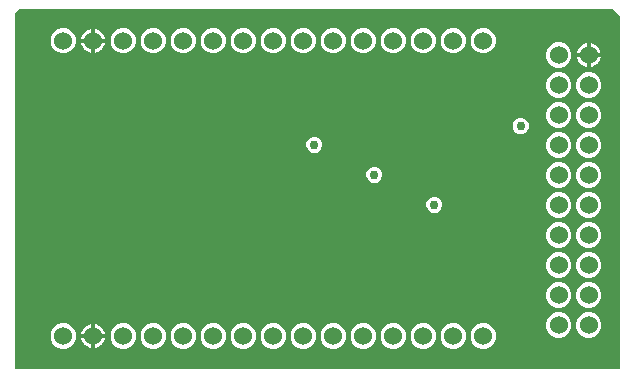
<source format=gbr>
G04 EAGLE Gerber RS-274X export*
G75*
%MOMM*%
%FSLAX34Y34*%
%LPD*%
%INEAGLE Copper Layer 2*%
%IPPOS*%
%AMOC8*
5,1,8,0,0,1.08239X$1,22.5*%
G01*
%ADD10C,1.524000*%
%ADD11C,0.756400*%

G36*
X521398Y10164D02*
X521398Y10164D01*
X521417Y10162D01*
X521519Y10184D01*
X521621Y10200D01*
X521638Y10210D01*
X521658Y10214D01*
X521747Y10267D01*
X521838Y10316D01*
X521852Y10330D01*
X521869Y10340D01*
X521936Y10419D01*
X522008Y10494D01*
X522016Y10512D01*
X522029Y10527D01*
X522068Y10623D01*
X522111Y10717D01*
X522113Y10737D01*
X522121Y10755D01*
X522139Y10922D01*
X522139Y308622D01*
X522125Y308712D01*
X522117Y308803D01*
X522105Y308833D01*
X522100Y308865D01*
X522057Y308945D01*
X522021Y309029D01*
X521995Y309061D01*
X521984Y309082D01*
X521961Y309104D01*
X521916Y309160D01*
X516560Y314516D01*
X516486Y314569D01*
X516417Y314629D01*
X516387Y314641D01*
X516361Y314660D01*
X516274Y314687D01*
X516189Y314721D01*
X516148Y314725D01*
X516125Y314732D01*
X516093Y314731D01*
X516022Y314739D01*
X13978Y314739D01*
X13888Y314725D01*
X13797Y314717D01*
X13767Y314705D01*
X13735Y314700D01*
X13655Y314657D01*
X13571Y314621D01*
X13539Y314595D01*
X13518Y314584D01*
X13496Y314561D01*
X13440Y314516D01*
X10384Y311460D01*
X10331Y311386D01*
X10271Y311317D01*
X10259Y311287D01*
X10240Y311261D01*
X10213Y311174D01*
X10179Y311089D01*
X10175Y311048D01*
X10168Y311025D01*
X10169Y310993D01*
X10161Y310922D01*
X10161Y10922D01*
X10164Y10902D01*
X10162Y10883D01*
X10184Y10781D01*
X10200Y10679D01*
X10210Y10662D01*
X10214Y10642D01*
X10267Y10553D01*
X10316Y10462D01*
X10330Y10448D01*
X10340Y10431D01*
X10419Y10364D01*
X10494Y10292D01*
X10512Y10284D01*
X10527Y10271D01*
X10623Y10232D01*
X10717Y10189D01*
X10737Y10187D01*
X10755Y10179D01*
X10922Y10161D01*
X521378Y10161D01*
X521398Y10164D01*
G37*
%LPC*%
G36*
X302678Y277431D02*
X302678Y277431D01*
X298757Y279055D01*
X295755Y282057D01*
X294131Y285978D01*
X294131Y290222D01*
X295755Y294143D01*
X298757Y297145D01*
X302678Y298769D01*
X306922Y298769D01*
X310843Y297145D01*
X313845Y294143D01*
X315469Y290222D01*
X315469Y285978D01*
X313845Y282057D01*
X310843Y279055D01*
X306922Y277431D01*
X302678Y277431D01*
G37*
%LPD*%
%LPC*%
G36*
X277278Y277431D02*
X277278Y277431D01*
X273357Y279055D01*
X270355Y282057D01*
X268731Y285978D01*
X268731Y290222D01*
X270355Y294143D01*
X273357Y297145D01*
X277278Y298769D01*
X281522Y298769D01*
X285443Y297145D01*
X288445Y294143D01*
X290069Y290222D01*
X290069Y285978D01*
X288445Y282057D01*
X285443Y279055D01*
X281522Y277431D01*
X277278Y277431D01*
G37*
%LPD*%
%LPC*%
G36*
X404278Y277431D02*
X404278Y277431D01*
X400357Y279055D01*
X397355Y282057D01*
X395731Y285978D01*
X395731Y290222D01*
X397355Y294143D01*
X400357Y297145D01*
X404278Y298769D01*
X408522Y298769D01*
X412443Y297145D01*
X415445Y294143D01*
X417069Y290222D01*
X417069Y285978D01*
X415445Y282057D01*
X412443Y279055D01*
X408522Y277431D01*
X404278Y277431D01*
G37*
%LPD*%
%LPC*%
G36*
X378878Y277431D02*
X378878Y277431D01*
X374957Y279055D01*
X371955Y282057D01*
X370331Y285978D01*
X370331Y290222D01*
X371955Y294143D01*
X374957Y297145D01*
X378878Y298769D01*
X383122Y298769D01*
X387043Y297145D01*
X390045Y294143D01*
X391669Y290222D01*
X391669Y285978D01*
X390045Y282057D01*
X387043Y279055D01*
X383122Y277431D01*
X378878Y277431D01*
G37*
%LPD*%
%LPC*%
G36*
X353478Y277431D02*
X353478Y277431D01*
X349557Y279055D01*
X346555Y282057D01*
X344931Y285978D01*
X344931Y290222D01*
X346555Y294143D01*
X349557Y297145D01*
X353478Y298769D01*
X357722Y298769D01*
X361643Y297145D01*
X364645Y294143D01*
X366269Y290222D01*
X366269Y285978D01*
X364645Y282057D01*
X361643Y279055D01*
X357722Y277431D01*
X353478Y277431D01*
G37*
%LPD*%
%LPC*%
G36*
X328078Y277431D02*
X328078Y277431D01*
X324157Y279055D01*
X321155Y282057D01*
X319531Y285978D01*
X319531Y290222D01*
X321155Y294143D01*
X324157Y297145D01*
X328078Y298769D01*
X332322Y298769D01*
X336243Y297145D01*
X339245Y294143D01*
X340869Y290222D01*
X340869Y285978D01*
X339245Y282057D01*
X336243Y279055D01*
X332322Y277431D01*
X328078Y277431D01*
G37*
%LPD*%
%LPC*%
G36*
X99478Y277431D02*
X99478Y277431D01*
X95557Y279055D01*
X92555Y282057D01*
X90931Y285978D01*
X90931Y290222D01*
X92555Y294143D01*
X95557Y297145D01*
X99478Y298769D01*
X103722Y298769D01*
X107643Y297145D01*
X110645Y294143D01*
X112269Y290222D01*
X112269Y285978D01*
X110645Y282057D01*
X107643Y279055D01*
X103722Y277431D01*
X99478Y277431D01*
G37*
%LPD*%
%LPC*%
G36*
X48678Y277431D02*
X48678Y277431D01*
X44757Y279055D01*
X41755Y282057D01*
X40131Y285978D01*
X40131Y290222D01*
X41755Y294143D01*
X44757Y297145D01*
X48678Y298769D01*
X52922Y298769D01*
X56843Y297145D01*
X59845Y294143D01*
X61469Y290222D01*
X61469Y285978D01*
X59845Y282057D01*
X56843Y279055D01*
X52922Y277431D01*
X48678Y277431D01*
G37*
%LPD*%
%LPC*%
G36*
X251878Y277431D02*
X251878Y277431D01*
X247957Y279055D01*
X244955Y282057D01*
X243331Y285978D01*
X243331Y290222D01*
X244955Y294143D01*
X247957Y297145D01*
X251878Y298769D01*
X256122Y298769D01*
X260043Y297145D01*
X263045Y294143D01*
X264669Y290222D01*
X264669Y285978D01*
X263045Y282057D01*
X260043Y279055D01*
X256122Y277431D01*
X251878Y277431D01*
G37*
%LPD*%
%LPC*%
G36*
X226478Y277431D02*
X226478Y277431D01*
X222557Y279055D01*
X219555Y282057D01*
X217931Y285978D01*
X217931Y290222D01*
X219555Y294143D01*
X222557Y297145D01*
X226478Y298769D01*
X230722Y298769D01*
X234643Y297145D01*
X237645Y294143D01*
X239269Y290222D01*
X239269Y285978D01*
X237645Y282057D01*
X234643Y279055D01*
X230722Y277431D01*
X226478Y277431D01*
G37*
%LPD*%
%LPC*%
G36*
X201078Y277431D02*
X201078Y277431D01*
X197157Y279055D01*
X194155Y282057D01*
X192531Y285978D01*
X192531Y290222D01*
X194155Y294143D01*
X197157Y297145D01*
X201078Y298769D01*
X205322Y298769D01*
X209243Y297145D01*
X212245Y294143D01*
X213869Y290222D01*
X213869Y285978D01*
X212245Y282057D01*
X209243Y279055D01*
X205322Y277431D01*
X201078Y277431D01*
G37*
%LPD*%
%LPC*%
G36*
X175678Y277431D02*
X175678Y277431D01*
X171757Y279055D01*
X168755Y282057D01*
X167131Y285978D01*
X167131Y290222D01*
X168755Y294143D01*
X171757Y297145D01*
X175678Y298769D01*
X179922Y298769D01*
X183843Y297145D01*
X186845Y294143D01*
X188469Y290222D01*
X188469Y285978D01*
X186845Y282057D01*
X183843Y279055D01*
X179922Y277431D01*
X175678Y277431D01*
G37*
%LPD*%
%LPC*%
G36*
X150278Y277431D02*
X150278Y277431D01*
X146357Y279055D01*
X143355Y282057D01*
X141731Y285978D01*
X141731Y290222D01*
X143355Y294143D01*
X146357Y297145D01*
X150278Y298769D01*
X154522Y298769D01*
X158443Y297145D01*
X161445Y294143D01*
X163069Y290222D01*
X163069Y285978D01*
X161445Y282057D01*
X158443Y279055D01*
X154522Y277431D01*
X150278Y277431D01*
G37*
%LPD*%
%LPC*%
G36*
X124878Y277431D02*
X124878Y277431D01*
X120957Y279055D01*
X117955Y282057D01*
X116331Y285978D01*
X116331Y290222D01*
X117955Y294143D01*
X120957Y297145D01*
X124878Y298769D01*
X129122Y298769D01*
X133043Y297145D01*
X136045Y294143D01*
X137669Y290222D01*
X137669Y285978D01*
X136045Y282057D01*
X133043Y279055D01*
X129122Y277431D01*
X124878Y277431D01*
G37*
%LPD*%
%LPC*%
G36*
X328078Y27431D02*
X328078Y27431D01*
X324157Y29055D01*
X321155Y32057D01*
X319531Y35978D01*
X319531Y40222D01*
X321155Y44143D01*
X324157Y47145D01*
X328078Y48769D01*
X332322Y48769D01*
X336243Y47145D01*
X339245Y44143D01*
X340869Y40222D01*
X340869Y35978D01*
X339245Y32057D01*
X336243Y29055D01*
X332322Y27431D01*
X328078Y27431D01*
G37*
%LPD*%
%LPC*%
G36*
X302678Y27431D02*
X302678Y27431D01*
X298757Y29055D01*
X295755Y32057D01*
X294131Y35978D01*
X294131Y40222D01*
X295755Y44143D01*
X298757Y47145D01*
X302678Y48769D01*
X306922Y48769D01*
X310843Y47145D01*
X313845Y44143D01*
X315469Y40222D01*
X315469Y35978D01*
X313845Y32057D01*
X310843Y29055D01*
X306922Y27431D01*
X302678Y27431D01*
G37*
%LPD*%
%LPC*%
G36*
X277278Y27431D02*
X277278Y27431D01*
X273357Y29055D01*
X270355Y32057D01*
X268731Y35978D01*
X268731Y40222D01*
X270355Y44143D01*
X273357Y47145D01*
X277278Y48769D01*
X281522Y48769D01*
X285443Y47145D01*
X288445Y44143D01*
X290069Y40222D01*
X290069Y35978D01*
X288445Y32057D01*
X285443Y29055D01*
X281522Y27431D01*
X277278Y27431D01*
G37*
%LPD*%
%LPC*%
G36*
X468278Y265331D02*
X468278Y265331D01*
X464357Y266955D01*
X461355Y269957D01*
X459731Y273878D01*
X459731Y278122D01*
X461355Y282043D01*
X464357Y285045D01*
X468278Y286669D01*
X472522Y286669D01*
X476443Y285045D01*
X479445Y282043D01*
X481069Y278122D01*
X481069Y273878D01*
X479445Y269957D01*
X476443Y266955D01*
X472522Y265331D01*
X468278Y265331D01*
G37*
%LPD*%
%LPC*%
G36*
X251878Y27431D02*
X251878Y27431D01*
X247957Y29055D01*
X244955Y32057D01*
X243331Y35978D01*
X243331Y40222D01*
X244955Y44143D01*
X247957Y47145D01*
X251878Y48769D01*
X256122Y48769D01*
X260043Y47145D01*
X263045Y44143D01*
X264669Y40222D01*
X264669Y35978D01*
X263045Y32057D01*
X260043Y29055D01*
X256122Y27431D01*
X251878Y27431D01*
G37*
%LPD*%
%LPC*%
G36*
X226478Y27431D02*
X226478Y27431D01*
X222557Y29055D01*
X219555Y32057D01*
X217931Y35978D01*
X217931Y40222D01*
X219555Y44143D01*
X222557Y47145D01*
X226478Y48769D01*
X230722Y48769D01*
X234643Y47145D01*
X237645Y44143D01*
X239269Y40222D01*
X239269Y35978D01*
X237645Y32057D01*
X234643Y29055D01*
X230722Y27431D01*
X226478Y27431D01*
G37*
%LPD*%
%LPC*%
G36*
X201078Y27431D02*
X201078Y27431D01*
X197157Y29055D01*
X194155Y32057D01*
X192531Y35978D01*
X192531Y40222D01*
X194155Y44143D01*
X197157Y47145D01*
X201078Y48769D01*
X205322Y48769D01*
X209243Y47145D01*
X212245Y44143D01*
X213869Y40222D01*
X213869Y35978D01*
X212245Y32057D01*
X209243Y29055D01*
X205322Y27431D01*
X201078Y27431D01*
G37*
%LPD*%
%LPC*%
G36*
X175678Y27431D02*
X175678Y27431D01*
X171757Y29055D01*
X168755Y32057D01*
X167131Y35978D01*
X167131Y40222D01*
X168755Y44143D01*
X171757Y47145D01*
X175678Y48769D01*
X179922Y48769D01*
X183843Y47145D01*
X186845Y44143D01*
X188469Y40222D01*
X188469Y35978D01*
X186845Y32057D01*
X183843Y29055D01*
X179922Y27431D01*
X175678Y27431D01*
G37*
%LPD*%
%LPC*%
G36*
X124878Y27431D02*
X124878Y27431D01*
X120957Y29055D01*
X117955Y32057D01*
X116331Y35978D01*
X116331Y40222D01*
X117955Y44143D01*
X120957Y47145D01*
X124878Y48769D01*
X129122Y48769D01*
X133043Y47145D01*
X136045Y44143D01*
X137669Y40222D01*
X137669Y35978D01*
X136045Y32057D01*
X133043Y29055D01*
X129122Y27431D01*
X124878Y27431D01*
G37*
%LPD*%
%LPC*%
G36*
X99478Y27431D02*
X99478Y27431D01*
X95557Y29055D01*
X92555Y32057D01*
X90931Y35978D01*
X90931Y40222D01*
X92555Y44143D01*
X95557Y47145D01*
X99478Y48769D01*
X103722Y48769D01*
X107643Y47145D01*
X110645Y44143D01*
X112269Y40222D01*
X112269Y35978D01*
X110645Y32057D01*
X107643Y29055D01*
X103722Y27431D01*
X99478Y27431D01*
G37*
%LPD*%
%LPC*%
G36*
X468278Y112931D02*
X468278Y112931D01*
X464357Y114555D01*
X461355Y117557D01*
X459731Y121478D01*
X459731Y125722D01*
X461355Y129643D01*
X464357Y132645D01*
X468278Y134269D01*
X472522Y134269D01*
X476443Y132645D01*
X479445Y129643D01*
X481069Y125722D01*
X481069Y121478D01*
X479445Y117557D01*
X476443Y114555D01*
X472522Y112931D01*
X468278Y112931D01*
G37*
%LPD*%
%LPC*%
G36*
X493678Y239931D02*
X493678Y239931D01*
X489757Y241555D01*
X486755Y244557D01*
X485131Y248478D01*
X485131Y252722D01*
X486755Y256643D01*
X489757Y259645D01*
X493678Y261269D01*
X497922Y261269D01*
X501843Y259645D01*
X504845Y256643D01*
X506469Y252722D01*
X506469Y248478D01*
X504845Y244557D01*
X501843Y241555D01*
X497922Y239931D01*
X493678Y239931D01*
G37*
%LPD*%
%LPC*%
G36*
X468278Y239931D02*
X468278Y239931D01*
X464357Y241555D01*
X461355Y244557D01*
X459731Y248478D01*
X459731Y252722D01*
X461355Y256643D01*
X464357Y259645D01*
X468278Y261269D01*
X472522Y261269D01*
X476443Y259645D01*
X479445Y256643D01*
X481069Y252722D01*
X481069Y248478D01*
X479445Y244557D01*
X476443Y241555D01*
X472522Y239931D01*
X468278Y239931D01*
G37*
%LPD*%
%LPC*%
G36*
X493678Y214531D02*
X493678Y214531D01*
X489757Y216155D01*
X486755Y219157D01*
X485131Y223078D01*
X485131Y227322D01*
X486755Y231243D01*
X489757Y234245D01*
X493678Y235869D01*
X497922Y235869D01*
X501843Y234245D01*
X504845Y231243D01*
X506469Y227322D01*
X506469Y223078D01*
X504845Y219157D01*
X501843Y216155D01*
X497922Y214531D01*
X493678Y214531D01*
G37*
%LPD*%
%LPC*%
G36*
X468278Y214531D02*
X468278Y214531D01*
X464357Y216155D01*
X461355Y219157D01*
X459731Y223078D01*
X459731Y227322D01*
X461355Y231243D01*
X464357Y234245D01*
X468278Y235869D01*
X472522Y235869D01*
X476443Y234245D01*
X479445Y231243D01*
X481069Y227322D01*
X481069Y223078D01*
X479445Y219157D01*
X476443Y216155D01*
X472522Y214531D01*
X468278Y214531D01*
G37*
%LPD*%
%LPC*%
G36*
X48678Y27431D02*
X48678Y27431D01*
X44757Y29055D01*
X41755Y32057D01*
X40131Y35978D01*
X40131Y40222D01*
X41755Y44143D01*
X44757Y47145D01*
X48678Y48769D01*
X52922Y48769D01*
X56843Y47145D01*
X59845Y44143D01*
X61469Y40222D01*
X61469Y35978D01*
X59845Y32057D01*
X56843Y29055D01*
X52922Y27431D01*
X48678Y27431D01*
G37*
%LPD*%
%LPC*%
G36*
X493678Y189131D02*
X493678Y189131D01*
X489757Y190755D01*
X486755Y193757D01*
X485131Y197678D01*
X485131Y201922D01*
X486755Y205843D01*
X489757Y208845D01*
X493678Y210469D01*
X497922Y210469D01*
X501843Y208845D01*
X504845Y205843D01*
X506469Y201922D01*
X506469Y197678D01*
X504845Y193757D01*
X501843Y190755D01*
X497922Y189131D01*
X493678Y189131D01*
G37*
%LPD*%
%LPC*%
G36*
X468278Y189131D02*
X468278Y189131D01*
X464357Y190755D01*
X461355Y193757D01*
X459731Y197678D01*
X459731Y201922D01*
X461355Y205843D01*
X464357Y208845D01*
X468278Y210469D01*
X472522Y210469D01*
X476443Y208845D01*
X479445Y205843D01*
X481069Y201922D01*
X481069Y197678D01*
X479445Y193757D01*
X476443Y190755D01*
X472522Y189131D01*
X468278Y189131D01*
G37*
%LPD*%
%LPC*%
G36*
X150278Y27431D02*
X150278Y27431D01*
X146357Y29055D01*
X143355Y32057D01*
X141731Y35978D01*
X141731Y40222D01*
X143355Y44143D01*
X146357Y47145D01*
X150278Y48769D01*
X154522Y48769D01*
X158443Y47145D01*
X161445Y44143D01*
X163069Y40222D01*
X163069Y35978D01*
X161445Y32057D01*
X158443Y29055D01*
X154522Y27431D01*
X150278Y27431D01*
G37*
%LPD*%
%LPC*%
G36*
X493678Y163731D02*
X493678Y163731D01*
X489757Y165355D01*
X486755Y168357D01*
X485131Y172278D01*
X485131Y176522D01*
X486755Y180443D01*
X489757Y183445D01*
X493678Y185069D01*
X497922Y185069D01*
X501843Y183445D01*
X504845Y180443D01*
X506469Y176522D01*
X506469Y172278D01*
X504845Y168357D01*
X501843Y165355D01*
X497922Y163731D01*
X493678Y163731D01*
G37*
%LPD*%
%LPC*%
G36*
X468278Y163731D02*
X468278Y163731D01*
X464357Y165355D01*
X461355Y168357D01*
X459731Y172278D01*
X459731Y176522D01*
X461355Y180443D01*
X464357Y183445D01*
X468278Y185069D01*
X472522Y185069D01*
X476443Y183445D01*
X479445Y180443D01*
X481069Y176522D01*
X481069Y172278D01*
X479445Y168357D01*
X476443Y165355D01*
X472522Y163731D01*
X468278Y163731D01*
G37*
%LPD*%
%LPC*%
G36*
X493678Y138331D02*
X493678Y138331D01*
X489757Y139955D01*
X486755Y142957D01*
X485131Y146878D01*
X485131Y151122D01*
X486755Y155043D01*
X489757Y158045D01*
X493678Y159669D01*
X497922Y159669D01*
X501843Y158045D01*
X504845Y155043D01*
X506469Y151122D01*
X506469Y146878D01*
X504845Y142957D01*
X501843Y139955D01*
X497922Y138331D01*
X493678Y138331D01*
G37*
%LPD*%
%LPC*%
G36*
X468278Y138331D02*
X468278Y138331D01*
X464357Y139955D01*
X461355Y142957D01*
X459731Y146878D01*
X459731Y151122D01*
X461355Y155043D01*
X464357Y158045D01*
X468278Y159669D01*
X472522Y159669D01*
X476443Y158045D01*
X479445Y155043D01*
X481069Y151122D01*
X481069Y146878D01*
X479445Y142957D01*
X476443Y139955D01*
X472522Y138331D01*
X468278Y138331D01*
G37*
%LPD*%
%LPC*%
G36*
X493678Y112931D02*
X493678Y112931D01*
X489757Y114555D01*
X486755Y117557D01*
X485131Y121478D01*
X485131Y125722D01*
X486755Y129643D01*
X489757Y132645D01*
X493678Y134269D01*
X497922Y134269D01*
X501843Y132645D01*
X504845Y129643D01*
X506469Y125722D01*
X506469Y121478D01*
X504845Y117557D01*
X501843Y114555D01*
X497922Y112931D01*
X493678Y112931D01*
G37*
%LPD*%
%LPC*%
G36*
X493678Y87531D02*
X493678Y87531D01*
X489757Y89155D01*
X486755Y92157D01*
X485131Y96078D01*
X485131Y100322D01*
X486755Y104243D01*
X489757Y107245D01*
X493678Y108869D01*
X497922Y108869D01*
X501843Y107245D01*
X504845Y104243D01*
X506469Y100322D01*
X506469Y96078D01*
X504845Y92157D01*
X501843Y89155D01*
X497922Y87531D01*
X493678Y87531D01*
G37*
%LPD*%
%LPC*%
G36*
X468278Y87531D02*
X468278Y87531D01*
X464357Y89155D01*
X461355Y92157D01*
X459731Y96078D01*
X459731Y100322D01*
X461355Y104243D01*
X464357Y107245D01*
X468278Y108869D01*
X472522Y108869D01*
X476443Y107245D01*
X479445Y104243D01*
X481069Y100322D01*
X481069Y96078D01*
X479445Y92157D01*
X476443Y89155D01*
X472522Y87531D01*
X468278Y87531D01*
G37*
%LPD*%
%LPC*%
G36*
X493678Y62131D02*
X493678Y62131D01*
X489757Y63755D01*
X486755Y66757D01*
X485131Y70678D01*
X485131Y74922D01*
X486755Y78843D01*
X489757Y81845D01*
X493678Y83469D01*
X497922Y83469D01*
X501843Y81845D01*
X504845Y78843D01*
X506469Y74922D01*
X506469Y70678D01*
X504845Y66757D01*
X501843Y63755D01*
X497922Y62131D01*
X493678Y62131D01*
G37*
%LPD*%
%LPC*%
G36*
X468278Y62131D02*
X468278Y62131D01*
X464357Y63755D01*
X461355Y66757D01*
X459731Y70678D01*
X459731Y74922D01*
X461355Y78843D01*
X464357Y81845D01*
X468278Y83469D01*
X472522Y83469D01*
X476443Y81845D01*
X479445Y78843D01*
X481069Y74922D01*
X481069Y70678D01*
X479445Y66757D01*
X476443Y63755D01*
X472522Y62131D01*
X468278Y62131D01*
G37*
%LPD*%
%LPC*%
G36*
X493678Y36731D02*
X493678Y36731D01*
X489757Y38355D01*
X486755Y41357D01*
X485131Y45278D01*
X485131Y49522D01*
X486755Y53443D01*
X489757Y56445D01*
X493678Y58069D01*
X497922Y58069D01*
X501843Y56445D01*
X504845Y53443D01*
X506469Y49522D01*
X506469Y45278D01*
X504845Y41357D01*
X501843Y38355D01*
X497922Y36731D01*
X493678Y36731D01*
G37*
%LPD*%
%LPC*%
G36*
X468278Y36731D02*
X468278Y36731D01*
X464357Y38355D01*
X461355Y41357D01*
X459731Y45278D01*
X459731Y49522D01*
X461355Y53443D01*
X464357Y56445D01*
X468278Y58069D01*
X472522Y58069D01*
X476443Y56445D01*
X479445Y53443D01*
X481069Y49522D01*
X481069Y45278D01*
X479445Y41357D01*
X476443Y38355D01*
X472522Y36731D01*
X468278Y36731D01*
G37*
%LPD*%
%LPC*%
G36*
X404278Y27431D02*
X404278Y27431D01*
X400357Y29055D01*
X397355Y32057D01*
X395731Y35978D01*
X395731Y40222D01*
X397355Y44143D01*
X400357Y47145D01*
X404278Y48769D01*
X408522Y48769D01*
X412443Y47145D01*
X415445Y44143D01*
X417069Y40222D01*
X417069Y35978D01*
X415445Y32057D01*
X412443Y29055D01*
X408522Y27431D01*
X404278Y27431D01*
G37*
%LPD*%
%LPC*%
G36*
X378878Y27431D02*
X378878Y27431D01*
X374957Y29055D01*
X371955Y32057D01*
X370331Y35978D01*
X370331Y40222D01*
X371955Y44143D01*
X374957Y47145D01*
X378878Y48769D01*
X383122Y48769D01*
X387043Y47145D01*
X390045Y44143D01*
X391669Y40222D01*
X391669Y35978D01*
X390045Y32057D01*
X387043Y29055D01*
X383122Y27431D01*
X378878Y27431D01*
G37*
%LPD*%
%LPC*%
G36*
X353478Y27431D02*
X353478Y27431D01*
X349557Y29055D01*
X346555Y32057D01*
X344931Y35978D01*
X344931Y40222D01*
X346555Y44143D01*
X349557Y47145D01*
X353478Y48769D01*
X357722Y48769D01*
X361643Y47145D01*
X364645Y44143D01*
X366269Y40222D01*
X366269Y35978D01*
X364645Y32057D01*
X361643Y29055D01*
X357722Y27431D01*
X353478Y27431D01*
G37*
%LPD*%
%LPC*%
G36*
X436791Y209069D02*
X436791Y209069D01*
X434281Y210109D01*
X432359Y212031D01*
X431319Y214541D01*
X431319Y217259D01*
X432359Y219769D01*
X434281Y221691D01*
X436791Y222731D01*
X439509Y222731D01*
X442019Y221691D01*
X443941Y219769D01*
X444981Y217259D01*
X444981Y214541D01*
X443941Y212031D01*
X442019Y210109D01*
X439509Y209069D01*
X436791Y209069D01*
G37*
%LPD*%
%LPC*%
G36*
X262166Y193194D02*
X262166Y193194D01*
X259656Y194234D01*
X257734Y196156D01*
X256694Y198666D01*
X256694Y201384D01*
X257734Y203894D01*
X259656Y205816D01*
X262166Y206856D01*
X264884Y206856D01*
X267394Y205816D01*
X269316Y203894D01*
X270356Y201384D01*
X270356Y198666D01*
X269316Y196156D01*
X267394Y194234D01*
X264884Y193194D01*
X262166Y193194D01*
G37*
%LPD*%
%LPC*%
G36*
X312966Y167794D02*
X312966Y167794D01*
X310456Y168834D01*
X308534Y170756D01*
X307494Y173266D01*
X307494Y175984D01*
X308534Y178494D01*
X310456Y180416D01*
X312966Y181456D01*
X315684Y181456D01*
X318194Y180416D01*
X320116Y178494D01*
X321156Y175984D01*
X321156Y173266D01*
X320116Y170756D01*
X318194Y168834D01*
X315684Y167794D01*
X312966Y167794D01*
G37*
%LPD*%
%LPC*%
G36*
X363766Y142394D02*
X363766Y142394D01*
X361256Y143434D01*
X359334Y145356D01*
X358294Y147866D01*
X358294Y150584D01*
X359334Y153094D01*
X361256Y155016D01*
X363766Y156056D01*
X366484Y156056D01*
X368994Y155016D01*
X370916Y153094D01*
X371956Y150584D01*
X371956Y147866D01*
X370916Y145356D01*
X368994Y143434D01*
X366484Y142394D01*
X363766Y142394D01*
G37*
%LPD*%
%LPC*%
G36*
X77723Y289623D02*
X77723Y289623D01*
X77723Y298146D01*
X78579Y298011D01*
X80100Y297516D01*
X81525Y296790D01*
X82819Y295850D01*
X83950Y294719D01*
X84890Y293425D01*
X85616Y292000D01*
X86111Y290479D01*
X86246Y289623D01*
X77723Y289623D01*
G37*
%LPD*%
%LPC*%
G36*
X497323Y277523D02*
X497323Y277523D01*
X497323Y286046D01*
X498179Y285911D01*
X499700Y285416D01*
X501125Y284690D01*
X502419Y283750D01*
X503550Y282619D01*
X504490Y281325D01*
X505216Y279900D01*
X505711Y278379D01*
X505846Y277523D01*
X497323Y277523D01*
G37*
%LPD*%
%LPC*%
G36*
X77723Y39623D02*
X77723Y39623D01*
X77723Y48146D01*
X78579Y48011D01*
X80100Y47516D01*
X81525Y46790D01*
X82819Y45850D01*
X83950Y44719D01*
X84890Y43425D01*
X85616Y42000D01*
X86111Y40479D01*
X86246Y39623D01*
X77723Y39623D01*
G37*
%LPD*%
%LPC*%
G36*
X66154Y289623D02*
X66154Y289623D01*
X66289Y290479D01*
X66784Y292000D01*
X67510Y293425D01*
X68450Y294719D01*
X69581Y295850D01*
X70875Y296790D01*
X72300Y297516D01*
X73821Y298011D01*
X74677Y298146D01*
X74677Y289623D01*
X66154Y289623D01*
G37*
%LPD*%
%LPC*%
G36*
X77723Y286577D02*
X77723Y286577D01*
X86246Y286577D01*
X86111Y285721D01*
X85616Y284200D01*
X84890Y282775D01*
X83950Y281481D01*
X82819Y280350D01*
X81525Y279410D01*
X80100Y278684D01*
X78579Y278189D01*
X77723Y278054D01*
X77723Y286577D01*
G37*
%LPD*%
%LPC*%
G36*
X485754Y277523D02*
X485754Y277523D01*
X485889Y278379D01*
X486384Y279900D01*
X487110Y281325D01*
X488050Y282619D01*
X489181Y283750D01*
X490475Y284690D01*
X491900Y285416D01*
X493421Y285911D01*
X494277Y286046D01*
X494277Y277523D01*
X485754Y277523D01*
G37*
%LPD*%
%LPC*%
G36*
X497323Y274477D02*
X497323Y274477D01*
X505846Y274477D01*
X505711Y273621D01*
X505216Y272100D01*
X504490Y270675D01*
X503550Y269381D01*
X502419Y268250D01*
X501125Y267310D01*
X499700Y266584D01*
X498179Y266089D01*
X497323Y265954D01*
X497323Y274477D01*
G37*
%LPD*%
%LPC*%
G36*
X66154Y39623D02*
X66154Y39623D01*
X66289Y40479D01*
X66784Y42000D01*
X67510Y43425D01*
X68450Y44719D01*
X69581Y45850D01*
X70875Y46790D01*
X72300Y47516D01*
X73821Y48011D01*
X74677Y48146D01*
X74677Y39623D01*
X66154Y39623D01*
G37*
%LPD*%
%LPC*%
G36*
X77723Y36577D02*
X77723Y36577D01*
X86246Y36577D01*
X86111Y35721D01*
X85616Y34200D01*
X84890Y32775D01*
X83950Y31481D01*
X82819Y30350D01*
X81525Y29410D01*
X80100Y28684D01*
X78579Y28189D01*
X77723Y28054D01*
X77723Y36577D01*
G37*
%LPD*%
%LPC*%
G36*
X73821Y278189D02*
X73821Y278189D01*
X72300Y278684D01*
X70875Y279410D01*
X69581Y280350D01*
X68450Y281481D01*
X67510Y282775D01*
X66784Y284200D01*
X66289Y285721D01*
X66154Y286577D01*
X74677Y286577D01*
X74677Y278054D01*
X73821Y278189D01*
G37*
%LPD*%
%LPC*%
G36*
X493421Y266089D02*
X493421Y266089D01*
X491900Y266584D01*
X490475Y267310D01*
X489181Y268250D01*
X488050Y269381D01*
X487110Y270675D01*
X486384Y272100D01*
X485889Y273621D01*
X485754Y274477D01*
X494277Y274477D01*
X494277Y265954D01*
X493421Y266089D01*
G37*
%LPD*%
%LPC*%
G36*
X73821Y28189D02*
X73821Y28189D01*
X72300Y28684D01*
X70875Y29410D01*
X69581Y30350D01*
X68450Y31481D01*
X67510Y32775D01*
X66784Y34200D01*
X66289Y35721D01*
X66154Y36577D01*
X74677Y36577D01*
X74677Y28054D01*
X73821Y28189D01*
G37*
%LPD*%
%LPC*%
G36*
X76199Y288099D02*
X76199Y288099D01*
X76199Y288101D01*
X76201Y288101D01*
X76201Y288099D01*
X76199Y288099D01*
G37*
%LPD*%
%LPC*%
G36*
X495799Y275999D02*
X495799Y275999D01*
X495799Y276001D01*
X495801Y276001D01*
X495801Y275999D01*
X495799Y275999D01*
G37*
%LPD*%
%LPC*%
G36*
X76199Y38099D02*
X76199Y38099D01*
X76199Y38101D01*
X76201Y38101D01*
X76201Y38099D01*
X76199Y38099D01*
G37*
%LPD*%
D10*
X470400Y276000D03*
X495800Y276000D03*
X470400Y250600D03*
X495800Y250600D03*
X470400Y225200D03*
X495800Y225200D03*
X470400Y199800D03*
X495800Y199800D03*
X470400Y174400D03*
X495800Y174400D03*
X470400Y149000D03*
X495800Y149000D03*
X470400Y123600D03*
X495800Y123600D03*
X470400Y98200D03*
X495800Y98200D03*
X470400Y72800D03*
X495800Y72800D03*
X470400Y47400D03*
X495800Y47400D03*
X50800Y288100D03*
X76200Y288100D03*
X101600Y288100D03*
X127000Y288100D03*
X152400Y288100D03*
X177800Y288100D03*
X203200Y288100D03*
X228600Y288100D03*
X254000Y288100D03*
X279400Y288100D03*
X304800Y288100D03*
X330200Y288100D03*
X355600Y288100D03*
X381000Y288100D03*
X406400Y288100D03*
X50800Y38100D03*
X76200Y38100D03*
X101600Y38100D03*
X127000Y38100D03*
X152400Y38100D03*
X177800Y38100D03*
X203200Y38100D03*
X228600Y38100D03*
X254000Y38100D03*
X279400Y38100D03*
X304800Y38100D03*
X330200Y38100D03*
X355600Y38100D03*
X381000Y38100D03*
X406400Y38100D03*
D11*
X438150Y215900D03*
X263525Y200025D03*
X314325Y174625D03*
X365125Y149225D03*
M02*

</source>
